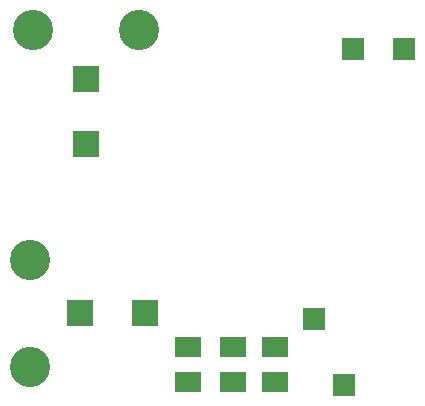
<source format=gbs>
G75*
%MOIN*%
%OFA0B0*%
%FSLAX24Y24*%
%IPPOS*%
%LPD*%
%AMOC8*
5,1,8,0,0,1.08239X$1,22.5*
%
%ADD10R,0.0867X0.0671*%
%ADD11R,0.0907X0.0907*%
%ADD12C,0.1340*%
%ADD13R,0.0730X0.0730*%
D10*
X009183Y001089D03*
X009183Y002271D03*
X010683Y002271D03*
X010683Y001089D03*
X012083Y001089D03*
X012083Y002271D03*
D11*
X007748Y003380D03*
X005583Y003380D03*
X005783Y009015D03*
X005783Y011180D03*
D12*
X003930Y001608D03*
X003930Y005152D03*
X004011Y012834D03*
X007555Y012834D03*
D13*
X014683Y012180D03*
X016383Y012180D03*
X013383Y003180D03*
X014383Y000980D03*
M02*

</source>
